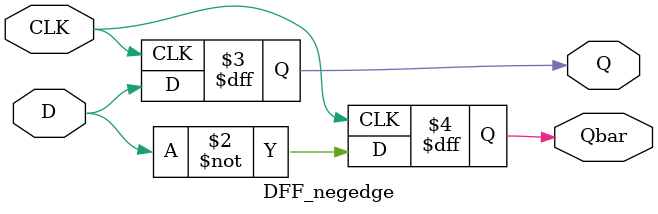
<source format=v>
module DFF_negedge (D, CLK, Q, Qbar);
input D, CLK;
output reg Q, Qbar;
always @(negedge CLK)
begin
Q = D;
Qbar = ~D;
end
endmodule
</source>
